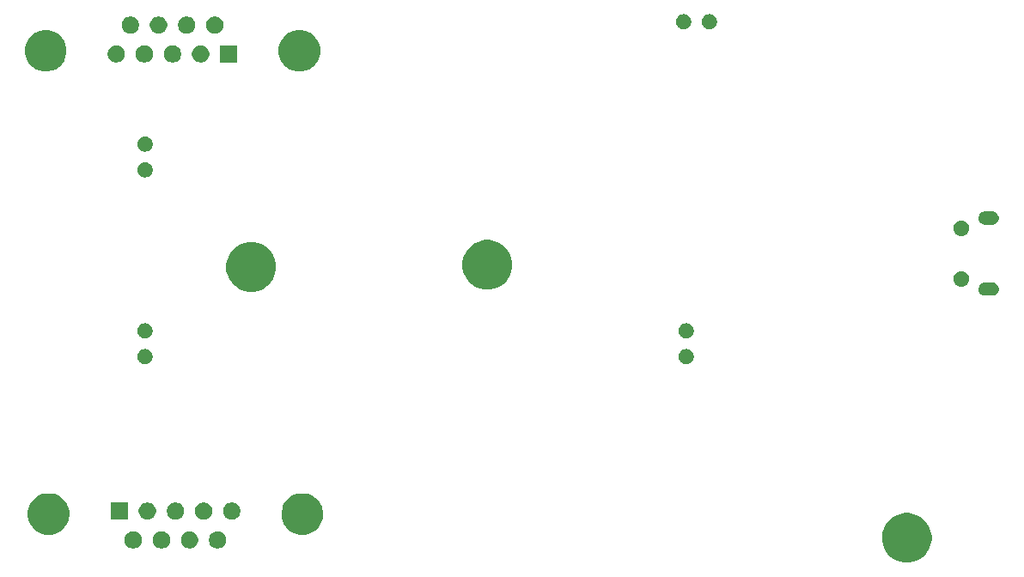
<source format=gbr>
G04 #@! TF.GenerationSoftware,KiCad,Pcbnew,(5.0.1)-3*
G04 #@! TF.CreationDate,2018-12-19T00:20:39+01:00*
G04 #@! TF.ProjectId,cret,637265742E6B696361645F7063620000,rev?*
G04 #@! TF.SameCoordinates,Original*
G04 #@! TF.FileFunction,Soldermask,Bot*
G04 #@! TF.FilePolarity,Negative*
%FSLAX46Y46*%
G04 Gerber Fmt 4.6, Leading zero omitted, Abs format (unit mm)*
G04 Created by KiCad (PCBNEW (5.0.1)-3) date 19/12/2018 0:20:39*
%MOMM*%
%LPD*%
G01*
G04 APERTURE LIST*
%ADD10C,0.100000*%
G04 APERTURE END LIST*
D10*
G36*
X140567327Y-141254790D02*
X140567329Y-141254791D01*
X140567330Y-141254791D01*
X141013384Y-141439552D01*
X141299928Y-141631015D01*
X141414824Y-141707786D01*
X141756214Y-142049176D01*
X141756216Y-142049179D01*
X142024448Y-142450616D01*
X142209209Y-142896670D01*
X142209210Y-142896673D01*
X142259398Y-143148985D01*
X142303400Y-143370198D01*
X142303400Y-143853002D01*
X142209209Y-144326530D01*
X142024448Y-144772584D01*
X141757426Y-145172210D01*
X141756214Y-145174024D01*
X141414824Y-145515414D01*
X141414821Y-145515416D01*
X141013384Y-145783648D01*
X140567330Y-145968409D01*
X140567329Y-145968409D01*
X140567327Y-145968410D01*
X140093804Y-146062600D01*
X139610996Y-146062600D01*
X139137473Y-145968410D01*
X139137471Y-145968409D01*
X139137470Y-145968409D01*
X138691416Y-145783648D01*
X138289979Y-145515416D01*
X138289976Y-145515414D01*
X137948586Y-145174024D01*
X137947374Y-145172210D01*
X137680352Y-144772584D01*
X137495591Y-144326530D01*
X137401400Y-143853002D01*
X137401400Y-143370198D01*
X137445402Y-143148985D01*
X137495590Y-142896673D01*
X137495591Y-142896670D01*
X137680352Y-142450616D01*
X137948584Y-142049179D01*
X137948586Y-142049176D01*
X138289976Y-141707786D01*
X138404872Y-141631015D01*
X138691416Y-141439552D01*
X139137470Y-141254791D01*
X139137471Y-141254791D01*
X139137473Y-141254790D01*
X139610996Y-141160600D01*
X140093804Y-141160600D01*
X140567327Y-141254790D01*
X140567327Y-141254790D01*
G37*
G36*
X72173228Y-142991703D02*
X72328100Y-143055853D01*
X72467481Y-143148985D01*
X72586015Y-143267519D01*
X72679147Y-143406900D01*
X72743297Y-143561772D01*
X72776000Y-143726184D01*
X72776000Y-143893816D01*
X72743297Y-144058228D01*
X72679147Y-144213100D01*
X72586015Y-144352481D01*
X72467481Y-144471015D01*
X72328100Y-144564147D01*
X72173228Y-144628297D01*
X72008816Y-144661000D01*
X71841184Y-144661000D01*
X71676772Y-144628297D01*
X71521900Y-144564147D01*
X71382519Y-144471015D01*
X71263985Y-144352481D01*
X71170853Y-144213100D01*
X71106703Y-144058228D01*
X71074000Y-143893816D01*
X71074000Y-143726184D01*
X71106703Y-143561772D01*
X71170853Y-143406900D01*
X71263985Y-143267519D01*
X71382519Y-143148985D01*
X71521900Y-143055853D01*
X71676772Y-142991703D01*
X71841184Y-142959000D01*
X72008816Y-142959000D01*
X72173228Y-142991703D01*
X72173228Y-142991703D01*
G37*
G36*
X63863228Y-142991703D02*
X64018100Y-143055853D01*
X64157481Y-143148985D01*
X64276015Y-143267519D01*
X64369147Y-143406900D01*
X64433297Y-143561772D01*
X64466000Y-143726184D01*
X64466000Y-143893816D01*
X64433297Y-144058228D01*
X64369147Y-144213100D01*
X64276015Y-144352481D01*
X64157481Y-144471015D01*
X64018100Y-144564147D01*
X63863228Y-144628297D01*
X63698816Y-144661000D01*
X63531184Y-144661000D01*
X63366772Y-144628297D01*
X63211900Y-144564147D01*
X63072519Y-144471015D01*
X62953985Y-144352481D01*
X62860853Y-144213100D01*
X62796703Y-144058228D01*
X62764000Y-143893816D01*
X62764000Y-143726184D01*
X62796703Y-143561772D01*
X62860853Y-143406900D01*
X62953985Y-143267519D01*
X63072519Y-143148985D01*
X63211900Y-143055853D01*
X63366772Y-142991703D01*
X63531184Y-142959000D01*
X63698816Y-142959000D01*
X63863228Y-142991703D01*
X63863228Y-142991703D01*
G37*
G36*
X66633228Y-142991703D02*
X66788100Y-143055853D01*
X66927481Y-143148985D01*
X67046015Y-143267519D01*
X67139147Y-143406900D01*
X67203297Y-143561772D01*
X67236000Y-143726184D01*
X67236000Y-143893816D01*
X67203297Y-144058228D01*
X67139147Y-144213100D01*
X67046015Y-144352481D01*
X66927481Y-144471015D01*
X66788100Y-144564147D01*
X66633228Y-144628297D01*
X66468816Y-144661000D01*
X66301184Y-144661000D01*
X66136772Y-144628297D01*
X65981900Y-144564147D01*
X65842519Y-144471015D01*
X65723985Y-144352481D01*
X65630853Y-144213100D01*
X65566703Y-144058228D01*
X65534000Y-143893816D01*
X65534000Y-143726184D01*
X65566703Y-143561772D01*
X65630853Y-143406900D01*
X65723985Y-143267519D01*
X65842519Y-143148985D01*
X65981900Y-143055853D01*
X66136772Y-142991703D01*
X66301184Y-142959000D01*
X66468816Y-142959000D01*
X66633228Y-142991703D01*
X66633228Y-142991703D01*
G37*
G36*
X69403228Y-142991703D02*
X69558100Y-143055853D01*
X69697481Y-143148985D01*
X69816015Y-143267519D01*
X69909147Y-143406900D01*
X69973297Y-143561772D01*
X70006000Y-143726184D01*
X70006000Y-143893816D01*
X69973297Y-144058228D01*
X69909147Y-144213100D01*
X69816015Y-144352481D01*
X69697481Y-144471015D01*
X69558100Y-144564147D01*
X69403228Y-144628297D01*
X69238816Y-144661000D01*
X69071184Y-144661000D01*
X68906772Y-144628297D01*
X68751900Y-144564147D01*
X68612519Y-144471015D01*
X68493985Y-144352481D01*
X68400853Y-144213100D01*
X68336703Y-144058228D01*
X68304000Y-143893816D01*
X68304000Y-143726184D01*
X68336703Y-143561772D01*
X68400853Y-143406900D01*
X68493985Y-143267519D01*
X68612519Y-143148985D01*
X68751900Y-143055853D01*
X68906772Y-142991703D01*
X69071184Y-142959000D01*
X69238816Y-142959000D01*
X69403228Y-142991703D01*
X69403228Y-142991703D01*
G37*
G36*
X80868252Y-139297818D02*
X80868254Y-139297819D01*
X80868255Y-139297819D01*
X81241513Y-139452427D01*
X81241514Y-139452428D01*
X81577439Y-139676886D01*
X81863114Y-139962561D01*
X81863116Y-139962564D01*
X82087573Y-140298487D01*
X82198753Y-140566900D01*
X82242182Y-140671748D01*
X82321000Y-141067993D01*
X82321000Y-141472007D01*
X82274101Y-141707786D01*
X82242181Y-141868255D01*
X82087573Y-142241513D01*
X81866143Y-142572905D01*
X81863114Y-142577439D01*
X81577439Y-142863114D01*
X81577436Y-142863116D01*
X81241513Y-143087573D01*
X80868255Y-143242181D01*
X80868254Y-143242181D01*
X80868252Y-143242182D01*
X80472007Y-143321000D01*
X80067993Y-143321000D01*
X79671748Y-143242182D01*
X79671746Y-143242181D01*
X79671745Y-143242181D01*
X79298487Y-143087573D01*
X78962564Y-142863116D01*
X78962561Y-142863114D01*
X78676886Y-142577439D01*
X78673857Y-142572905D01*
X78452427Y-142241513D01*
X78297819Y-141868255D01*
X78265900Y-141707786D01*
X78219000Y-141472007D01*
X78219000Y-141067993D01*
X78297818Y-140671748D01*
X78341247Y-140566900D01*
X78452427Y-140298487D01*
X78676884Y-139962564D01*
X78676886Y-139962561D01*
X78962561Y-139676886D01*
X79298486Y-139452428D01*
X79298487Y-139452427D01*
X79671745Y-139297819D01*
X79671746Y-139297819D01*
X79671748Y-139297818D01*
X80067993Y-139219000D01*
X80472007Y-139219000D01*
X80868252Y-139297818D01*
X80868252Y-139297818D01*
G37*
G36*
X55868252Y-139297818D02*
X55868254Y-139297819D01*
X55868255Y-139297819D01*
X56241513Y-139452427D01*
X56241514Y-139452428D01*
X56577439Y-139676886D01*
X56863114Y-139962561D01*
X56863116Y-139962564D01*
X57087573Y-140298487D01*
X57198753Y-140566900D01*
X57242182Y-140671748D01*
X57321000Y-141067993D01*
X57321000Y-141472007D01*
X57274101Y-141707786D01*
X57242181Y-141868255D01*
X57087573Y-142241513D01*
X56866143Y-142572905D01*
X56863114Y-142577439D01*
X56577439Y-142863114D01*
X56577436Y-142863116D01*
X56241513Y-143087573D01*
X55868255Y-143242181D01*
X55868254Y-143242181D01*
X55868252Y-143242182D01*
X55472007Y-143321000D01*
X55067993Y-143321000D01*
X54671748Y-143242182D01*
X54671746Y-143242181D01*
X54671745Y-143242181D01*
X54298487Y-143087573D01*
X53962564Y-142863116D01*
X53962561Y-142863114D01*
X53676886Y-142577439D01*
X53673857Y-142572905D01*
X53452427Y-142241513D01*
X53297819Y-141868255D01*
X53265900Y-141707786D01*
X53219000Y-141472007D01*
X53219000Y-141067993D01*
X53297818Y-140671748D01*
X53341247Y-140566900D01*
X53452427Y-140298487D01*
X53676884Y-139962564D01*
X53676886Y-139962561D01*
X53962561Y-139676886D01*
X54298486Y-139452428D01*
X54298487Y-139452427D01*
X54671745Y-139297819D01*
X54671746Y-139297819D01*
X54671748Y-139297818D01*
X55067993Y-139219000D01*
X55472007Y-139219000D01*
X55868252Y-139297818D01*
X55868252Y-139297818D01*
G37*
G36*
X70788228Y-140151703D02*
X70943100Y-140215853D01*
X71082481Y-140308985D01*
X71201015Y-140427519D01*
X71294147Y-140566900D01*
X71358297Y-140721772D01*
X71391000Y-140886184D01*
X71391000Y-141053816D01*
X71358297Y-141218228D01*
X71294147Y-141373100D01*
X71201015Y-141512481D01*
X71082481Y-141631015D01*
X70943100Y-141724147D01*
X70788228Y-141788297D01*
X70623816Y-141821000D01*
X70456184Y-141821000D01*
X70291772Y-141788297D01*
X70136900Y-141724147D01*
X69997519Y-141631015D01*
X69878985Y-141512481D01*
X69785853Y-141373100D01*
X69721703Y-141218228D01*
X69689000Y-141053816D01*
X69689000Y-140886184D01*
X69721703Y-140721772D01*
X69785853Y-140566900D01*
X69878985Y-140427519D01*
X69997519Y-140308985D01*
X70136900Y-140215853D01*
X70291772Y-140151703D01*
X70456184Y-140119000D01*
X70623816Y-140119000D01*
X70788228Y-140151703D01*
X70788228Y-140151703D01*
G37*
G36*
X73558228Y-140151703D02*
X73713100Y-140215853D01*
X73852481Y-140308985D01*
X73971015Y-140427519D01*
X74064147Y-140566900D01*
X74128297Y-140721772D01*
X74161000Y-140886184D01*
X74161000Y-141053816D01*
X74128297Y-141218228D01*
X74064147Y-141373100D01*
X73971015Y-141512481D01*
X73852481Y-141631015D01*
X73713100Y-141724147D01*
X73558228Y-141788297D01*
X73393816Y-141821000D01*
X73226184Y-141821000D01*
X73061772Y-141788297D01*
X72906900Y-141724147D01*
X72767519Y-141631015D01*
X72648985Y-141512481D01*
X72555853Y-141373100D01*
X72491703Y-141218228D01*
X72459000Y-141053816D01*
X72459000Y-140886184D01*
X72491703Y-140721772D01*
X72555853Y-140566900D01*
X72648985Y-140427519D01*
X72767519Y-140308985D01*
X72906900Y-140215853D01*
X73061772Y-140151703D01*
X73226184Y-140119000D01*
X73393816Y-140119000D01*
X73558228Y-140151703D01*
X73558228Y-140151703D01*
G37*
G36*
X68018228Y-140151703D02*
X68173100Y-140215853D01*
X68312481Y-140308985D01*
X68431015Y-140427519D01*
X68524147Y-140566900D01*
X68588297Y-140721772D01*
X68621000Y-140886184D01*
X68621000Y-141053816D01*
X68588297Y-141218228D01*
X68524147Y-141373100D01*
X68431015Y-141512481D01*
X68312481Y-141631015D01*
X68173100Y-141724147D01*
X68018228Y-141788297D01*
X67853816Y-141821000D01*
X67686184Y-141821000D01*
X67521772Y-141788297D01*
X67366900Y-141724147D01*
X67227519Y-141631015D01*
X67108985Y-141512481D01*
X67015853Y-141373100D01*
X66951703Y-141218228D01*
X66919000Y-141053816D01*
X66919000Y-140886184D01*
X66951703Y-140721772D01*
X67015853Y-140566900D01*
X67108985Y-140427519D01*
X67227519Y-140308985D01*
X67366900Y-140215853D01*
X67521772Y-140151703D01*
X67686184Y-140119000D01*
X67853816Y-140119000D01*
X68018228Y-140151703D01*
X68018228Y-140151703D01*
G37*
G36*
X65248228Y-140151703D02*
X65403100Y-140215853D01*
X65542481Y-140308985D01*
X65661015Y-140427519D01*
X65754147Y-140566900D01*
X65818297Y-140721772D01*
X65851000Y-140886184D01*
X65851000Y-141053816D01*
X65818297Y-141218228D01*
X65754147Y-141373100D01*
X65661015Y-141512481D01*
X65542481Y-141631015D01*
X65403100Y-141724147D01*
X65248228Y-141788297D01*
X65083816Y-141821000D01*
X64916184Y-141821000D01*
X64751772Y-141788297D01*
X64596900Y-141724147D01*
X64457519Y-141631015D01*
X64338985Y-141512481D01*
X64245853Y-141373100D01*
X64181703Y-141218228D01*
X64149000Y-141053816D01*
X64149000Y-140886184D01*
X64181703Y-140721772D01*
X64245853Y-140566900D01*
X64338985Y-140427519D01*
X64457519Y-140308985D01*
X64596900Y-140215853D01*
X64751772Y-140151703D01*
X64916184Y-140119000D01*
X65083816Y-140119000D01*
X65248228Y-140151703D01*
X65248228Y-140151703D01*
G37*
G36*
X63081000Y-141821000D02*
X61379000Y-141821000D01*
X61379000Y-140119000D01*
X63081000Y-140119000D01*
X63081000Y-141821000D01*
X63081000Y-141821000D01*
G37*
G36*
X118242004Y-124990544D02*
X118329059Y-125007860D01*
X118465732Y-125064472D01*
X118465733Y-125064473D01*
X118588738Y-125146662D01*
X118693338Y-125251262D01*
X118693340Y-125251265D01*
X118775528Y-125374268D01*
X118832140Y-125510941D01*
X118861000Y-125656033D01*
X118861000Y-125803967D01*
X118832140Y-125949059D01*
X118775528Y-126085732D01*
X118775527Y-126085733D01*
X118693338Y-126208738D01*
X118588738Y-126313338D01*
X118588735Y-126313340D01*
X118465732Y-126395528D01*
X118329059Y-126452140D01*
X118242004Y-126469456D01*
X118183969Y-126481000D01*
X118036031Y-126481000D01*
X117977996Y-126469456D01*
X117890941Y-126452140D01*
X117754268Y-126395528D01*
X117631265Y-126313340D01*
X117631262Y-126313338D01*
X117526662Y-126208738D01*
X117444473Y-126085733D01*
X117444472Y-126085732D01*
X117387860Y-125949059D01*
X117359000Y-125803967D01*
X117359000Y-125656033D01*
X117387860Y-125510941D01*
X117444472Y-125374268D01*
X117526660Y-125251265D01*
X117526662Y-125251262D01*
X117631262Y-125146662D01*
X117754267Y-125064473D01*
X117754268Y-125064472D01*
X117890941Y-125007860D01*
X117977996Y-124990544D01*
X118036031Y-124979000D01*
X118183969Y-124979000D01*
X118242004Y-124990544D01*
X118242004Y-124990544D01*
G37*
G36*
X64902004Y-124990544D02*
X64989059Y-125007860D01*
X65125732Y-125064472D01*
X65125733Y-125064473D01*
X65248738Y-125146662D01*
X65353338Y-125251262D01*
X65353340Y-125251265D01*
X65435528Y-125374268D01*
X65492140Y-125510941D01*
X65521000Y-125656033D01*
X65521000Y-125803967D01*
X65492140Y-125949059D01*
X65435528Y-126085732D01*
X65435527Y-126085733D01*
X65353338Y-126208738D01*
X65248738Y-126313338D01*
X65248735Y-126313340D01*
X65125732Y-126395528D01*
X64989059Y-126452140D01*
X64902004Y-126469456D01*
X64843969Y-126481000D01*
X64696031Y-126481000D01*
X64637996Y-126469456D01*
X64550941Y-126452140D01*
X64414268Y-126395528D01*
X64291265Y-126313340D01*
X64291262Y-126313338D01*
X64186662Y-126208738D01*
X64104473Y-126085733D01*
X64104472Y-126085732D01*
X64047860Y-125949059D01*
X64019000Y-125803967D01*
X64019000Y-125656033D01*
X64047860Y-125510941D01*
X64104472Y-125374268D01*
X64186660Y-125251265D01*
X64186662Y-125251262D01*
X64291262Y-125146662D01*
X64414267Y-125064473D01*
X64414268Y-125064472D01*
X64550941Y-125007860D01*
X64637996Y-124990544D01*
X64696031Y-124979000D01*
X64843969Y-124979000D01*
X64902004Y-124990544D01*
X64902004Y-124990544D01*
G37*
G36*
X64902004Y-122450544D02*
X64989059Y-122467860D01*
X65125732Y-122524472D01*
X65125733Y-122524473D01*
X65248738Y-122606662D01*
X65353338Y-122711262D01*
X65353340Y-122711265D01*
X65435528Y-122834268D01*
X65492140Y-122970941D01*
X65521000Y-123116033D01*
X65521000Y-123263967D01*
X65492140Y-123409059D01*
X65435528Y-123545732D01*
X65435527Y-123545733D01*
X65353338Y-123668738D01*
X65248738Y-123773338D01*
X65248735Y-123773340D01*
X65125732Y-123855528D01*
X64989059Y-123912140D01*
X64902004Y-123929456D01*
X64843969Y-123941000D01*
X64696031Y-123941000D01*
X64637996Y-123929456D01*
X64550941Y-123912140D01*
X64414268Y-123855528D01*
X64291265Y-123773340D01*
X64291262Y-123773338D01*
X64186662Y-123668738D01*
X64104473Y-123545733D01*
X64104472Y-123545732D01*
X64047860Y-123409059D01*
X64019000Y-123263967D01*
X64019000Y-123116033D01*
X64047860Y-122970941D01*
X64104472Y-122834268D01*
X64186660Y-122711265D01*
X64186662Y-122711262D01*
X64291262Y-122606662D01*
X64414267Y-122524473D01*
X64414268Y-122524472D01*
X64550941Y-122467860D01*
X64637996Y-122450544D01*
X64696031Y-122439000D01*
X64843969Y-122439000D01*
X64902004Y-122450544D01*
X64902004Y-122450544D01*
G37*
G36*
X118242004Y-122450544D02*
X118329059Y-122467860D01*
X118465732Y-122524472D01*
X118465733Y-122524473D01*
X118588738Y-122606662D01*
X118693338Y-122711262D01*
X118693340Y-122711265D01*
X118775528Y-122834268D01*
X118832140Y-122970941D01*
X118861000Y-123116033D01*
X118861000Y-123263967D01*
X118832140Y-123409059D01*
X118775528Y-123545732D01*
X118775527Y-123545733D01*
X118693338Y-123668738D01*
X118588738Y-123773338D01*
X118588735Y-123773340D01*
X118465732Y-123855528D01*
X118329059Y-123912140D01*
X118242004Y-123929456D01*
X118183969Y-123941000D01*
X118036031Y-123941000D01*
X117977996Y-123929456D01*
X117890941Y-123912140D01*
X117754268Y-123855528D01*
X117631265Y-123773340D01*
X117631262Y-123773338D01*
X117526662Y-123668738D01*
X117444473Y-123545733D01*
X117444472Y-123545732D01*
X117387860Y-123409059D01*
X117359000Y-123263967D01*
X117359000Y-123116033D01*
X117387860Y-122970941D01*
X117444472Y-122834268D01*
X117526660Y-122711265D01*
X117526662Y-122711262D01*
X117631262Y-122606662D01*
X117754267Y-122524473D01*
X117754268Y-122524472D01*
X117890941Y-122467860D01*
X117977996Y-122450544D01*
X118036031Y-122439000D01*
X118183969Y-122439000D01*
X118242004Y-122450544D01*
X118242004Y-122450544D01*
G37*
G36*
X148336355Y-118422140D02*
X148400118Y-118428420D01*
X148481876Y-118453221D01*
X148522833Y-118465645D01*
X148622991Y-118519181D01*
X148635926Y-118526095D01*
X148735053Y-118607447D01*
X148816405Y-118706574D01*
X148816406Y-118706576D01*
X148876855Y-118819667D01*
X148876855Y-118819668D01*
X148914080Y-118942382D01*
X148926649Y-119070000D01*
X148914080Y-119197618D01*
X148898915Y-119247609D01*
X148876855Y-119320333D01*
X148823319Y-119420491D01*
X148816405Y-119433426D01*
X148735053Y-119532553D01*
X148635926Y-119613905D01*
X148635924Y-119613906D01*
X148522833Y-119674355D01*
X148481927Y-119686763D01*
X148400118Y-119711580D01*
X148336355Y-119717860D01*
X148304474Y-119721000D01*
X147540526Y-119721000D01*
X147508645Y-119717860D01*
X147444882Y-119711580D01*
X147363073Y-119686763D01*
X147322167Y-119674355D01*
X147209076Y-119613906D01*
X147209074Y-119613905D01*
X147109947Y-119532553D01*
X147028595Y-119433426D01*
X147021681Y-119420491D01*
X146968145Y-119320333D01*
X146946085Y-119247609D01*
X146930920Y-119197618D01*
X146918351Y-119070000D01*
X146930920Y-118942382D01*
X146968145Y-118819668D01*
X146968145Y-118819667D01*
X147028594Y-118706576D01*
X147028595Y-118706574D01*
X147109947Y-118607447D01*
X147209074Y-118526095D01*
X147222009Y-118519181D01*
X147322167Y-118465645D01*
X147363124Y-118453221D01*
X147444882Y-118428420D01*
X147508645Y-118422140D01*
X147540526Y-118419000D01*
X148304474Y-118419000D01*
X148336355Y-118422140D01*
X148336355Y-118422140D01*
G37*
G36*
X75949727Y-114533990D02*
X75949729Y-114533991D01*
X75949730Y-114533991D01*
X76395784Y-114718752D01*
X76795410Y-114985774D01*
X76797224Y-114986986D01*
X77138614Y-115328376D01*
X77138616Y-115328379D01*
X77406848Y-115729816D01*
X77507442Y-115972673D01*
X77591610Y-116175873D01*
X77685800Y-116649396D01*
X77685800Y-117132204D01*
X77597657Y-117575329D01*
X77591609Y-117605730D01*
X77406848Y-118051784D01*
X77149071Y-118437574D01*
X77138614Y-118453224D01*
X76797224Y-118794614D01*
X76797221Y-118794616D01*
X76395784Y-119062848D01*
X75949730Y-119247609D01*
X75949729Y-119247609D01*
X75949727Y-119247610D01*
X75476204Y-119341800D01*
X74993396Y-119341800D01*
X74519873Y-119247610D01*
X74519871Y-119247609D01*
X74519870Y-119247609D01*
X74073816Y-119062848D01*
X73672379Y-118794616D01*
X73672376Y-118794614D01*
X73330986Y-118453224D01*
X73320529Y-118437574D01*
X73062752Y-118051784D01*
X72877991Y-117605730D01*
X72871944Y-117575329D01*
X72783800Y-117132204D01*
X72783800Y-116649396D01*
X72877990Y-116175873D01*
X72962158Y-115972673D01*
X73062752Y-115729816D01*
X73330984Y-115328379D01*
X73330986Y-115328376D01*
X73672376Y-114986986D01*
X73674190Y-114985774D01*
X74073816Y-114718752D01*
X74519870Y-114533991D01*
X74519871Y-114533991D01*
X74519873Y-114533990D01*
X74993396Y-114439800D01*
X75476204Y-114439800D01*
X75949727Y-114533990D01*
X75949727Y-114533990D01*
G37*
G36*
X99216127Y-114330790D02*
X99216129Y-114330791D01*
X99216130Y-114330791D01*
X99662184Y-114515552D01*
X99966294Y-114718752D01*
X100063624Y-114783786D01*
X100405014Y-115125176D01*
X100405016Y-115125179D01*
X100673248Y-115526616D01*
X100858009Y-115972670D01*
X100858010Y-115972673D01*
X100952200Y-116446196D01*
X100952200Y-116929004D01*
X100862030Y-117382318D01*
X100858009Y-117402530D01*
X100673248Y-117848584D01*
X100406226Y-118248210D01*
X100405014Y-118250024D01*
X100063624Y-118591414D01*
X100063621Y-118591416D01*
X99662184Y-118859648D01*
X99216130Y-119044409D01*
X99216129Y-119044409D01*
X99216127Y-119044410D01*
X98742604Y-119138600D01*
X98259796Y-119138600D01*
X97786273Y-119044410D01*
X97786271Y-119044409D01*
X97786270Y-119044409D01*
X97340216Y-118859648D01*
X96938779Y-118591416D01*
X96938776Y-118591414D01*
X96597386Y-118250024D01*
X96596174Y-118248210D01*
X96329152Y-117848584D01*
X96144391Y-117402530D01*
X96140371Y-117382318D01*
X96050200Y-116929004D01*
X96050200Y-116446196D01*
X96144390Y-115972673D01*
X96144391Y-115972670D01*
X96329152Y-115526616D01*
X96597384Y-115125179D01*
X96597386Y-115125176D01*
X96938776Y-114783786D01*
X97036106Y-114718752D01*
X97340216Y-114515552D01*
X97786270Y-114330791D01*
X97786271Y-114330791D01*
X97786273Y-114330790D01*
X98259796Y-114236600D01*
X98742604Y-114236600D01*
X99216127Y-114330790D01*
X99216127Y-114330790D01*
G37*
G36*
X145448849Y-117323820D02*
X145448852Y-117323821D01*
X145448851Y-117323821D01*
X145590074Y-117382317D01*
X145715456Y-117466095D01*
X145717174Y-117467243D01*
X145825257Y-117575326D01*
X145825259Y-117575329D01*
X145910183Y-117702426D01*
X145955427Y-117811657D01*
X145968680Y-117843651D01*
X145998500Y-117993569D01*
X145998500Y-118146431D01*
X145968680Y-118296349D01*
X145968679Y-118296351D01*
X145910183Y-118437574D01*
X145910182Y-118437575D01*
X145825257Y-118564674D01*
X145717174Y-118672757D01*
X145717171Y-118672759D01*
X145590074Y-118757683D01*
X145500914Y-118794614D01*
X145448849Y-118816180D01*
X145298931Y-118846000D01*
X145146069Y-118846000D01*
X144996151Y-118816180D01*
X144944086Y-118794614D01*
X144854926Y-118757683D01*
X144727829Y-118672759D01*
X144727826Y-118672757D01*
X144619743Y-118564674D01*
X144534818Y-118437575D01*
X144534817Y-118437574D01*
X144476321Y-118296351D01*
X144476320Y-118296349D01*
X144446500Y-118146431D01*
X144446500Y-117993569D01*
X144476320Y-117843651D01*
X144489573Y-117811657D01*
X144534817Y-117702426D01*
X144619741Y-117575329D01*
X144619743Y-117575326D01*
X144727826Y-117467243D01*
X144729544Y-117466095D01*
X144854926Y-117382317D01*
X144996149Y-117323821D01*
X144996148Y-117323821D01*
X144996151Y-117323820D01*
X145146069Y-117294000D01*
X145298931Y-117294000D01*
X145448849Y-117323820D01*
X145448849Y-117323820D01*
G37*
G36*
X145448849Y-112323820D02*
X145448852Y-112323821D01*
X145448851Y-112323821D01*
X145590074Y-112382317D01*
X145715456Y-112466095D01*
X145717174Y-112467243D01*
X145825257Y-112575326D01*
X145825259Y-112575329D01*
X145910183Y-112702426D01*
X145955427Y-112811657D01*
X145968680Y-112843651D01*
X145998500Y-112993569D01*
X145998500Y-113146431D01*
X145968680Y-113296349D01*
X145968679Y-113296351D01*
X145910183Y-113437574D01*
X145910182Y-113437575D01*
X145825257Y-113564674D01*
X145717174Y-113672757D01*
X145717171Y-113672759D01*
X145590074Y-113757683D01*
X145480843Y-113802927D01*
X145448849Y-113816180D01*
X145298931Y-113846000D01*
X145146069Y-113846000D01*
X144996151Y-113816180D01*
X144964157Y-113802927D01*
X144854926Y-113757683D01*
X144727829Y-113672759D01*
X144727826Y-113672757D01*
X144619743Y-113564674D01*
X144534818Y-113437575D01*
X144534817Y-113437574D01*
X144476321Y-113296351D01*
X144476320Y-113296349D01*
X144446500Y-113146431D01*
X144446500Y-112993569D01*
X144476320Y-112843651D01*
X144489573Y-112811657D01*
X144534817Y-112702426D01*
X144619741Y-112575329D01*
X144619743Y-112575326D01*
X144727826Y-112467243D01*
X144729544Y-112466095D01*
X144854926Y-112382317D01*
X144996149Y-112323821D01*
X144996148Y-112323821D01*
X144996151Y-112323820D01*
X145146069Y-112294000D01*
X145298931Y-112294000D01*
X145448849Y-112323820D01*
X145448849Y-112323820D01*
G37*
G36*
X148336355Y-111422140D02*
X148400118Y-111428420D01*
X148481927Y-111453237D01*
X148522833Y-111465645D01*
X148622991Y-111519181D01*
X148635926Y-111526095D01*
X148735053Y-111607447D01*
X148816405Y-111706574D01*
X148816406Y-111706576D01*
X148876855Y-111819667D01*
X148876855Y-111819668D01*
X148914080Y-111942382D01*
X148926649Y-112070000D01*
X148914080Y-112197618D01*
X148889263Y-112279427D01*
X148876855Y-112320333D01*
X148843723Y-112382318D01*
X148816405Y-112433426D01*
X148735053Y-112532553D01*
X148635926Y-112613905D01*
X148635924Y-112613906D01*
X148522833Y-112674355D01*
X148481927Y-112686763D01*
X148400118Y-112711580D01*
X148336355Y-112717860D01*
X148304474Y-112721000D01*
X147540526Y-112721000D01*
X147508645Y-112717860D01*
X147444882Y-112711580D01*
X147363073Y-112686763D01*
X147322167Y-112674355D01*
X147209076Y-112613906D01*
X147209074Y-112613905D01*
X147109947Y-112532553D01*
X147028595Y-112433426D01*
X147001277Y-112382318D01*
X146968145Y-112320333D01*
X146955737Y-112279427D01*
X146930920Y-112197618D01*
X146918351Y-112070000D01*
X146930920Y-111942382D01*
X146968145Y-111819668D01*
X146968145Y-111819667D01*
X147028594Y-111706576D01*
X147028595Y-111706574D01*
X147109947Y-111607447D01*
X147209074Y-111526095D01*
X147222009Y-111519181D01*
X147322167Y-111465645D01*
X147363073Y-111453237D01*
X147444882Y-111428420D01*
X147508645Y-111422140D01*
X147540526Y-111419000D01*
X148304474Y-111419000D01*
X148336355Y-111422140D01*
X148336355Y-111422140D01*
G37*
G36*
X64902004Y-106575544D02*
X64989059Y-106592860D01*
X65125732Y-106649472D01*
X65125733Y-106649473D01*
X65248738Y-106731662D01*
X65353338Y-106836262D01*
X65353340Y-106836265D01*
X65435528Y-106959268D01*
X65492140Y-107095941D01*
X65521000Y-107241033D01*
X65521000Y-107388967D01*
X65492140Y-107534059D01*
X65435528Y-107670732D01*
X65435527Y-107670733D01*
X65353338Y-107793738D01*
X65248738Y-107898338D01*
X65248735Y-107898340D01*
X65125732Y-107980528D01*
X64989059Y-108037140D01*
X64902004Y-108054456D01*
X64843969Y-108066000D01*
X64696031Y-108066000D01*
X64637996Y-108054456D01*
X64550941Y-108037140D01*
X64414268Y-107980528D01*
X64291265Y-107898340D01*
X64291262Y-107898338D01*
X64186662Y-107793738D01*
X64104473Y-107670733D01*
X64104472Y-107670732D01*
X64047860Y-107534059D01*
X64019000Y-107388967D01*
X64019000Y-107241033D01*
X64047860Y-107095941D01*
X64104472Y-106959268D01*
X64186660Y-106836265D01*
X64186662Y-106836262D01*
X64291262Y-106731662D01*
X64414267Y-106649473D01*
X64414268Y-106649472D01*
X64550941Y-106592860D01*
X64637996Y-106575544D01*
X64696031Y-106564000D01*
X64843969Y-106564000D01*
X64902004Y-106575544D01*
X64902004Y-106575544D01*
G37*
G36*
X64902004Y-104035544D02*
X64989059Y-104052860D01*
X65125732Y-104109472D01*
X65125733Y-104109473D01*
X65248738Y-104191662D01*
X65353338Y-104296262D01*
X65353340Y-104296265D01*
X65435528Y-104419268D01*
X65492140Y-104555941D01*
X65521000Y-104701033D01*
X65521000Y-104848967D01*
X65492140Y-104994059D01*
X65435528Y-105130732D01*
X65435527Y-105130733D01*
X65353338Y-105253738D01*
X65248738Y-105358338D01*
X65248735Y-105358340D01*
X65125732Y-105440528D01*
X64989059Y-105497140D01*
X64902004Y-105514456D01*
X64843969Y-105526000D01*
X64696031Y-105526000D01*
X64637996Y-105514456D01*
X64550941Y-105497140D01*
X64414268Y-105440528D01*
X64291265Y-105358340D01*
X64291262Y-105358338D01*
X64186662Y-105253738D01*
X64104473Y-105130733D01*
X64104472Y-105130732D01*
X64047860Y-104994059D01*
X64019000Y-104848967D01*
X64019000Y-104701033D01*
X64047860Y-104555941D01*
X64104472Y-104419268D01*
X64186660Y-104296265D01*
X64186662Y-104296262D01*
X64291262Y-104191662D01*
X64414267Y-104109473D01*
X64414268Y-104109472D01*
X64550941Y-104052860D01*
X64637996Y-104035544D01*
X64696031Y-104024000D01*
X64843969Y-104024000D01*
X64902004Y-104035544D01*
X64902004Y-104035544D01*
G37*
G36*
X80583252Y-93612818D02*
X80583254Y-93612819D01*
X80583255Y-93612819D01*
X80956513Y-93767427D01*
X81003985Y-93799147D01*
X81292439Y-93991886D01*
X81578114Y-94277561D01*
X81578116Y-94277564D01*
X81802573Y-94613487D01*
X81957181Y-94986745D01*
X81957182Y-94986748D01*
X82027949Y-95342519D01*
X82036000Y-95382994D01*
X82036000Y-95787006D01*
X81957181Y-96183255D01*
X81802573Y-96556513D01*
X81704495Y-96703297D01*
X81578114Y-96892439D01*
X81292439Y-97178114D01*
X81292436Y-97178116D01*
X80956513Y-97402573D01*
X80583255Y-97557181D01*
X80583254Y-97557181D01*
X80583252Y-97557182D01*
X80187007Y-97636000D01*
X79782993Y-97636000D01*
X79386748Y-97557182D01*
X79386746Y-97557181D01*
X79386745Y-97557181D01*
X79013487Y-97402573D01*
X78677564Y-97178116D01*
X78677561Y-97178114D01*
X78391886Y-96892439D01*
X78265505Y-96703297D01*
X78167427Y-96556513D01*
X78012819Y-96183255D01*
X77934000Y-95787006D01*
X77934000Y-95382994D01*
X77942051Y-95342519D01*
X78012818Y-94986748D01*
X78012819Y-94986745D01*
X78167427Y-94613487D01*
X78391884Y-94277564D01*
X78391886Y-94277561D01*
X78677561Y-93991886D01*
X78966015Y-93799147D01*
X79013487Y-93767427D01*
X79386745Y-93612819D01*
X79386746Y-93612819D01*
X79386748Y-93612818D01*
X79782993Y-93534000D01*
X80187007Y-93534000D01*
X80583252Y-93612818D01*
X80583252Y-93612818D01*
G37*
G36*
X55583252Y-93612818D02*
X55583254Y-93612819D01*
X55583255Y-93612819D01*
X55956513Y-93767427D01*
X56003985Y-93799147D01*
X56292439Y-93991886D01*
X56578114Y-94277561D01*
X56578116Y-94277564D01*
X56802573Y-94613487D01*
X56957181Y-94986745D01*
X56957182Y-94986748D01*
X57027949Y-95342519D01*
X57036000Y-95382994D01*
X57036000Y-95787006D01*
X56957181Y-96183255D01*
X56802573Y-96556513D01*
X56704495Y-96703297D01*
X56578114Y-96892439D01*
X56292439Y-97178114D01*
X56292436Y-97178116D01*
X55956513Y-97402573D01*
X55583255Y-97557181D01*
X55583254Y-97557181D01*
X55583252Y-97557182D01*
X55187007Y-97636000D01*
X54782993Y-97636000D01*
X54386748Y-97557182D01*
X54386746Y-97557181D01*
X54386745Y-97557181D01*
X54013487Y-97402573D01*
X53677564Y-97178116D01*
X53677561Y-97178114D01*
X53391886Y-96892439D01*
X53265505Y-96703297D01*
X53167427Y-96556513D01*
X53012819Y-96183255D01*
X52934000Y-95787006D01*
X52934000Y-95382994D01*
X52942051Y-95342519D01*
X53012818Y-94986748D01*
X53012819Y-94986745D01*
X53167427Y-94613487D01*
X53391884Y-94277564D01*
X53391886Y-94277561D01*
X53677561Y-93991886D01*
X53966015Y-93799147D01*
X54013487Y-93767427D01*
X54386745Y-93612819D01*
X54386746Y-93612819D01*
X54386748Y-93612818D01*
X54782993Y-93534000D01*
X55187007Y-93534000D01*
X55583252Y-93612818D01*
X55583252Y-93612818D01*
G37*
G36*
X70503228Y-95066703D02*
X70658100Y-95130853D01*
X70797481Y-95223985D01*
X70916015Y-95342519D01*
X71009147Y-95481900D01*
X71073297Y-95636772D01*
X71106000Y-95801184D01*
X71106000Y-95968816D01*
X71073297Y-96133228D01*
X71009147Y-96288100D01*
X70916015Y-96427481D01*
X70797481Y-96546015D01*
X70658100Y-96639147D01*
X70503228Y-96703297D01*
X70338816Y-96736000D01*
X70171184Y-96736000D01*
X70006772Y-96703297D01*
X69851900Y-96639147D01*
X69712519Y-96546015D01*
X69593985Y-96427481D01*
X69500853Y-96288100D01*
X69436703Y-96133228D01*
X69404000Y-95968816D01*
X69404000Y-95801184D01*
X69436703Y-95636772D01*
X69500853Y-95481900D01*
X69593985Y-95342519D01*
X69712519Y-95223985D01*
X69851900Y-95130853D01*
X70006772Y-95066703D01*
X70171184Y-95034000D01*
X70338816Y-95034000D01*
X70503228Y-95066703D01*
X70503228Y-95066703D01*
G37*
G36*
X62193228Y-95066703D02*
X62348100Y-95130853D01*
X62487481Y-95223985D01*
X62606015Y-95342519D01*
X62699147Y-95481900D01*
X62763297Y-95636772D01*
X62796000Y-95801184D01*
X62796000Y-95968816D01*
X62763297Y-96133228D01*
X62699147Y-96288100D01*
X62606015Y-96427481D01*
X62487481Y-96546015D01*
X62348100Y-96639147D01*
X62193228Y-96703297D01*
X62028816Y-96736000D01*
X61861184Y-96736000D01*
X61696772Y-96703297D01*
X61541900Y-96639147D01*
X61402519Y-96546015D01*
X61283985Y-96427481D01*
X61190853Y-96288100D01*
X61126703Y-96133228D01*
X61094000Y-95968816D01*
X61094000Y-95801184D01*
X61126703Y-95636772D01*
X61190853Y-95481900D01*
X61283985Y-95342519D01*
X61402519Y-95223985D01*
X61541900Y-95130853D01*
X61696772Y-95066703D01*
X61861184Y-95034000D01*
X62028816Y-95034000D01*
X62193228Y-95066703D01*
X62193228Y-95066703D01*
G37*
G36*
X67733228Y-95066703D02*
X67888100Y-95130853D01*
X68027481Y-95223985D01*
X68146015Y-95342519D01*
X68239147Y-95481900D01*
X68303297Y-95636772D01*
X68336000Y-95801184D01*
X68336000Y-95968816D01*
X68303297Y-96133228D01*
X68239147Y-96288100D01*
X68146015Y-96427481D01*
X68027481Y-96546015D01*
X67888100Y-96639147D01*
X67733228Y-96703297D01*
X67568816Y-96736000D01*
X67401184Y-96736000D01*
X67236772Y-96703297D01*
X67081900Y-96639147D01*
X66942519Y-96546015D01*
X66823985Y-96427481D01*
X66730853Y-96288100D01*
X66666703Y-96133228D01*
X66634000Y-95968816D01*
X66634000Y-95801184D01*
X66666703Y-95636772D01*
X66730853Y-95481900D01*
X66823985Y-95342519D01*
X66942519Y-95223985D01*
X67081900Y-95130853D01*
X67236772Y-95066703D01*
X67401184Y-95034000D01*
X67568816Y-95034000D01*
X67733228Y-95066703D01*
X67733228Y-95066703D01*
G37*
G36*
X73876000Y-96736000D02*
X72174000Y-96736000D01*
X72174000Y-95034000D01*
X73876000Y-95034000D01*
X73876000Y-96736000D01*
X73876000Y-96736000D01*
G37*
G36*
X64963228Y-95066703D02*
X65118100Y-95130853D01*
X65257481Y-95223985D01*
X65376015Y-95342519D01*
X65469147Y-95481900D01*
X65533297Y-95636772D01*
X65566000Y-95801184D01*
X65566000Y-95968816D01*
X65533297Y-96133228D01*
X65469147Y-96288100D01*
X65376015Y-96427481D01*
X65257481Y-96546015D01*
X65118100Y-96639147D01*
X64963228Y-96703297D01*
X64798816Y-96736000D01*
X64631184Y-96736000D01*
X64466772Y-96703297D01*
X64311900Y-96639147D01*
X64172519Y-96546015D01*
X64053985Y-96427481D01*
X63960853Y-96288100D01*
X63896703Y-96133228D01*
X63864000Y-95968816D01*
X63864000Y-95801184D01*
X63896703Y-95636772D01*
X63960853Y-95481900D01*
X64053985Y-95342519D01*
X64172519Y-95223985D01*
X64311900Y-95130853D01*
X64466772Y-95066703D01*
X64631184Y-95034000D01*
X64798816Y-95034000D01*
X64963228Y-95066703D01*
X64963228Y-95066703D01*
G37*
G36*
X63578228Y-92226703D02*
X63733100Y-92290853D01*
X63872481Y-92383985D01*
X63991015Y-92502519D01*
X64084147Y-92641900D01*
X64148297Y-92796772D01*
X64181000Y-92961184D01*
X64181000Y-93128816D01*
X64148297Y-93293228D01*
X64084147Y-93448100D01*
X63991015Y-93587481D01*
X63872481Y-93706015D01*
X63733100Y-93799147D01*
X63578228Y-93863297D01*
X63413816Y-93896000D01*
X63246184Y-93896000D01*
X63081772Y-93863297D01*
X62926900Y-93799147D01*
X62787519Y-93706015D01*
X62668985Y-93587481D01*
X62575853Y-93448100D01*
X62511703Y-93293228D01*
X62479000Y-93128816D01*
X62479000Y-92961184D01*
X62511703Y-92796772D01*
X62575853Y-92641900D01*
X62668985Y-92502519D01*
X62787519Y-92383985D01*
X62926900Y-92290853D01*
X63081772Y-92226703D01*
X63246184Y-92194000D01*
X63413816Y-92194000D01*
X63578228Y-92226703D01*
X63578228Y-92226703D01*
G37*
G36*
X66348228Y-92226703D02*
X66503100Y-92290853D01*
X66642481Y-92383985D01*
X66761015Y-92502519D01*
X66854147Y-92641900D01*
X66918297Y-92796772D01*
X66951000Y-92961184D01*
X66951000Y-93128816D01*
X66918297Y-93293228D01*
X66854147Y-93448100D01*
X66761015Y-93587481D01*
X66642481Y-93706015D01*
X66503100Y-93799147D01*
X66348228Y-93863297D01*
X66183816Y-93896000D01*
X66016184Y-93896000D01*
X65851772Y-93863297D01*
X65696900Y-93799147D01*
X65557519Y-93706015D01*
X65438985Y-93587481D01*
X65345853Y-93448100D01*
X65281703Y-93293228D01*
X65249000Y-93128816D01*
X65249000Y-92961184D01*
X65281703Y-92796772D01*
X65345853Y-92641900D01*
X65438985Y-92502519D01*
X65557519Y-92383985D01*
X65696900Y-92290853D01*
X65851772Y-92226703D01*
X66016184Y-92194000D01*
X66183816Y-92194000D01*
X66348228Y-92226703D01*
X66348228Y-92226703D01*
G37*
G36*
X69118228Y-92226703D02*
X69273100Y-92290853D01*
X69412481Y-92383985D01*
X69531015Y-92502519D01*
X69624147Y-92641900D01*
X69688297Y-92796772D01*
X69721000Y-92961184D01*
X69721000Y-93128816D01*
X69688297Y-93293228D01*
X69624147Y-93448100D01*
X69531015Y-93587481D01*
X69412481Y-93706015D01*
X69273100Y-93799147D01*
X69118228Y-93863297D01*
X68953816Y-93896000D01*
X68786184Y-93896000D01*
X68621772Y-93863297D01*
X68466900Y-93799147D01*
X68327519Y-93706015D01*
X68208985Y-93587481D01*
X68115853Y-93448100D01*
X68051703Y-93293228D01*
X68019000Y-93128816D01*
X68019000Y-92961184D01*
X68051703Y-92796772D01*
X68115853Y-92641900D01*
X68208985Y-92502519D01*
X68327519Y-92383985D01*
X68466900Y-92290853D01*
X68621772Y-92226703D01*
X68786184Y-92194000D01*
X68953816Y-92194000D01*
X69118228Y-92226703D01*
X69118228Y-92226703D01*
G37*
G36*
X71888228Y-92226703D02*
X72043100Y-92290853D01*
X72182481Y-92383985D01*
X72301015Y-92502519D01*
X72394147Y-92641900D01*
X72458297Y-92796772D01*
X72491000Y-92961184D01*
X72491000Y-93128816D01*
X72458297Y-93293228D01*
X72394147Y-93448100D01*
X72301015Y-93587481D01*
X72182481Y-93706015D01*
X72043100Y-93799147D01*
X71888228Y-93863297D01*
X71723816Y-93896000D01*
X71556184Y-93896000D01*
X71391772Y-93863297D01*
X71236900Y-93799147D01*
X71097519Y-93706015D01*
X70978985Y-93587481D01*
X70885853Y-93448100D01*
X70821703Y-93293228D01*
X70789000Y-93128816D01*
X70789000Y-92961184D01*
X70821703Y-92796772D01*
X70885853Y-92641900D01*
X70978985Y-92502519D01*
X71097519Y-92383985D01*
X71236900Y-92290853D01*
X71391772Y-92226703D01*
X71556184Y-92194000D01*
X71723816Y-92194000D01*
X71888228Y-92226703D01*
X71888228Y-92226703D01*
G37*
G36*
X120528004Y-91970544D02*
X120615059Y-91987860D01*
X120751732Y-92044472D01*
X120751733Y-92044473D01*
X120874738Y-92126662D01*
X120979338Y-92231262D01*
X120979340Y-92231265D01*
X121061528Y-92354268D01*
X121118140Y-92490941D01*
X121147000Y-92636033D01*
X121147000Y-92783967D01*
X121118140Y-92929059D01*
X121061528Y-93065732D01*
X120980446Y-93187079D01*
X120979338Y-93188738D01*
X120874738Y-93293338D01*
X120874735Y-93293340D01*
X120751732Y-93375528D01*
X120615059Y-93432140D01*
X120534821Y-93448100D01*
X120469969Y-93461000D01*
X120322031Y-93461000D01*
X120257179Y-93448100D01*
X120176941Y-93432140D01*
X120040268Y-93375528D01*
X119917265Y-93293340D01*
X119917262Y-93293338D01*
X119812662Y-93188738D01*
X119811554Y-93187079D01*
X119730472Y-93065732D01*
X119673860Y-92929059D01*
X119645000Y-92783967D01*
X119645000Y-92636033D01*
X119673860Y-92490941D01*
X119730472Y-92354268D01*
X119812660Y-92231265D01*
X119812662Y-92231262D01*
X119917262Y-92126662D01*
X120040267Y-92044473D01*
X120040268Y-92044472D01*
X120176941Y-91987860D01*
X120263996Y-91970544D01*
X120322031Y-91959000D01*
X120469969Y-91959000D01*
X120528004Y-91970544D01*
X120528004Y-91970544D01*
G37*
G36*
X117988004Y-91970544D02*
X118075059Y-91987860D01*
X118211732Y-92044472D01*
X118211733Y-92044473D01*
X118334738Y-92126662D01*
X118439338Y-92231262D01*
X118439340Y-92231265D01*
X118521528Y-92354268D01*
X118578140Y-92490941D01*
X118607000Y-92636033D01*
X118607000Y-92783967D01*
X118578140Y-92929059D01*
X118521528Y-93065732D01*
X118440446Y-93187079D01*
X118439338Y-93188738D01*
X118334738Y-93293338D01*
X118334735Y-93293340D01*
X118211732Y-93375528D01*
X118075059Y-93432140D01*
X117994821Y-93448100D01*
X117929969Y-93461000D01*
X117782031Y-93461000D01*
X117717179Y-93448100D01*
X117636941Y-93432140D01*
X117500268Y-93375528D01*
X117377265Y-93293340D01*
X117377262Y-93293338D01*
X117272662Y-93188738D01*
X117271554Y-93187079D01*
X117190472Y-93065732D01*
X117133860Y-92929059D01*
X117105000Y-92783967D01*
X117105000Y-92636033D01*
X117133860Y-92490941D01*
X117190472Y-92354268D01*
X117272660Y-92231265D01*
X117272662Y-92231262D01*
X117377262Y-92126662D01*
X117500267Y-92044473D01*
X117500268Y-92044472D01*
X117636941Y-91987860D01*
X117723996Y-91970544D01*
X117782031Y-91959000D01*
X117929969Y-91959000D01*
X117988004Y-91970544D01*
X117988004Y-91970544D01*
G37*
M02*

</source>
